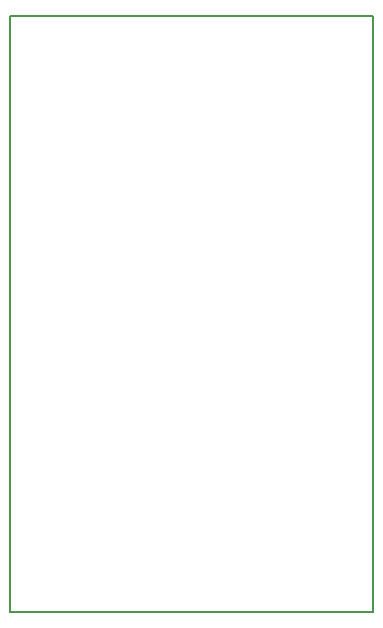
<source format=gm1>
G04 #@! TF.FileFunction,Profile,NP*
%FSLAX46Y46*%
G04 Gerber Fmt 4.6, Leading zero omitted, Abs format (unit mm)*
G04 Created by KiCad (PCBNEW 4.0.2-stable) date Mon 07 Mar 2016 11:14:17 AM HST*
%MOMM*%
G01*
G04 APERTURE LIST*
%ADD10C,0.100000*%
%ADD11C,0.150000*%
G04 APERTURE END LIST*
D10*
D11*
X78635000Y-93700000D02*
X78635000Y-144200000D01*
X109385000Y-93700000D02*
X78635000Y-93700000D01*
X109385000Y-144200000D02*
X109385000Y-93700000D01*
X78635000Y-144200000D02*
X109385000Y-144200000D01*
M02*

</source>
